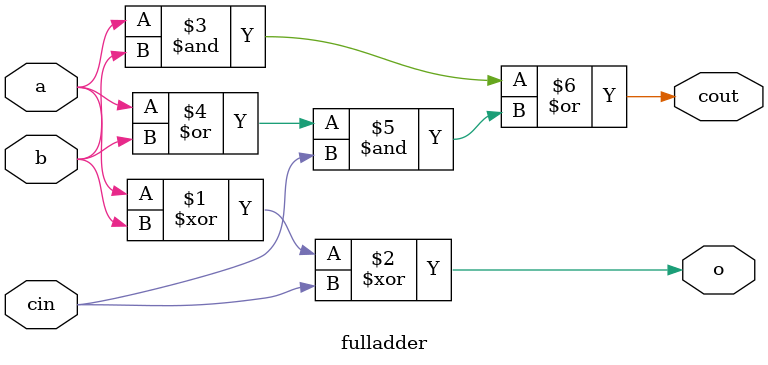
<source format=v>
module fulladder(input a,   //first bit
                 input b,   //second bit
                 input cin, //input carry
                 output cout, //output carry
                 output o); //output sum
    assign o = (a ^ b) ^ cin;
    assign cout = (a & b) | (a | b) & cin;

endmodule

</source>
